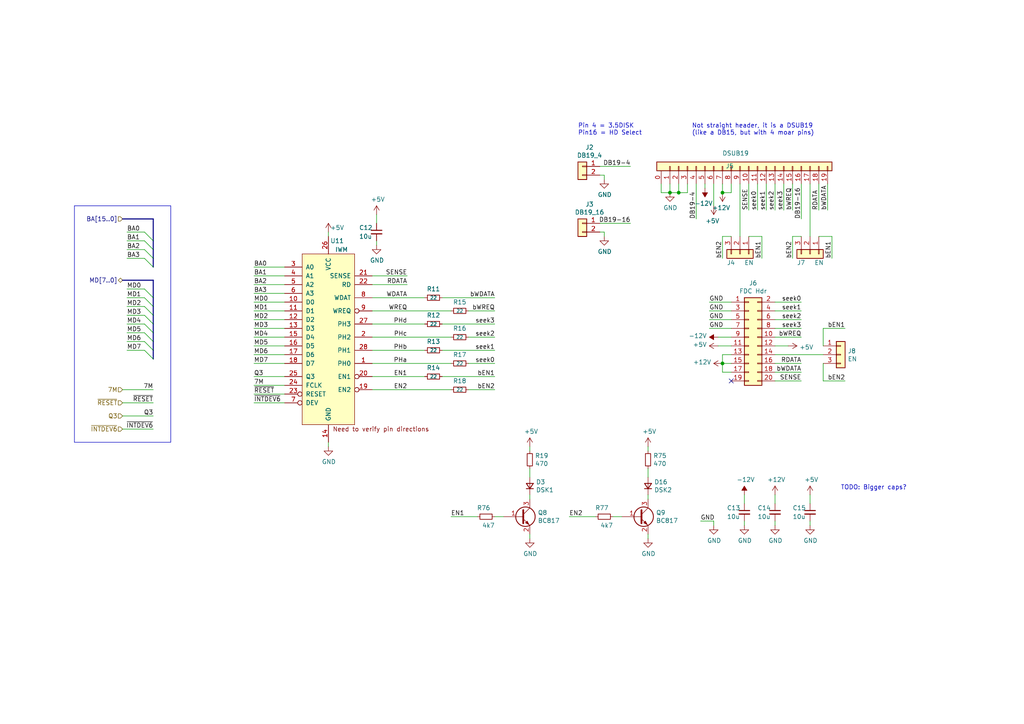
<source format=kicad_sch>
(kicad_sch (version 20230121) (generator eeschema)
  (paper "A4")
  (title_block (date "2022-06-27") (rev "3b") (company "twitch.tv/baldengineer"))
  (lib_symbols
    (symbol "C_0805_1" (pin_numbers hide) (pin_names (offset 0.254) hide)
      (property "Reference" "C" (at 0.254 1.778 0))
      (property "Value" "C_0805_1" (at 0.254 -2.032 0))
      (symbol "C_0805_1_0_1"
        (polyline (pts (xy -1.524 -0.508) (xy 1.524 -0.508)) (stroke (width 0.3302)))
        (polyline (pts (xy -1.524 0.508) (xy 1.524 0.508)) (stroke (width 0.3048)))
      )
      (symbol "C_0805_1_1_1"
        (pin passive line (at 0 2.54 270) (length 2.032) (name "~") (number "1"))
        (pin passive line (at 0 -2.54 90) (length 2.032) (name "~") (number "2"))
      )
    )
    (symbol "C_0805_2" (pin_numbers hide) (pin_names (offset 0.254) hide)
      (property "Reference" "C" (at 0.254 1.778 0))
      (property "Value" "C_0805_2" (at 0.254 -2.032 0))
      (symbol "C_0805_2_0_1"
        (polyline (pts (xy -1.524 -0.508) (xy 1.524 -0.508)) (stroke (width 0.3302)))
        (polyline (pts (xy -1.524 0.508) (xy 1.524 0.508)) (stroke (width 0.3048)))
      )
      (symbol "C_0805_2_1_1"
        (pin passive line (at 0 2.54 270) (length 2.032) (name "~") (number "1"))
        (pin passive line (at 0 -2.54 90) (length 2.032) (name "~") (number "2"))
      )
    )
    (symbol "C_0805_3" (pin_numbers hide) (pin_names (offset 0.254) hide)
      (property "Reference" "C" (at 0.254 1.778 0))
      (property "Value" "C_0805_3" (at 0.254 -2.032 0))
      (symbol "C_0805_3_0_1"
        (polyline (pts (xy -1.524 -0.508) (xy 1.524 -0.508)) (stroke (width 0.3302)))
        (polyline (pts (xy -1.524 0.508) (xy 1.524 0.508)) (stroke (width 0.3048)))
      )
      (symbol "C_0805_3_1_1"
        (pin passive line (at 0 2.54 270) (length 2.032) (name "~") (number "1"))
        (pin passive line (at 0 -2.54 90) (length 2.032) (name "~") (number "2"))
      )
    )
    (symbol "Mega IIe Rev3 Symbols:C_0805" (pin_numbers hide) (pin_names (offset 0.254) hide)
      (property "Reference" "C" (at 0.254 1.778 0))
      (property "Value" "C_0805" (at 0.254 -2.032 0))
      (symbol "C_0805_0_1"
        (polyline (pts (xy -1.524 -0.508) (xy 1.524 -0.508)) (stroke (width 0.3302)))
        (polyline (pts (xy -1.524 0.508) (xy 1.524 0.508)) (stroke (width 0.3048)))
      )
      (symbol "C_0805_1_1"
        (pin passive line (at 0 2.54 270) (length 2.032) (name "~") (number "1"))
        (pin passive line (at 0 -2.54 90) (length 2.032) (name "~") (number "2"))
      )
    )
    (symbol "Mega IIe Rev3 Symbols:Conn_01x02" (pin_names (offset 1.016) hide)
      (property "Reference" "J" (at 0 2.54 0))
      (property "Value" "Conn_01x02" (at 0 -5.08 0))
      (symbol "Conn_01x02_1_1"
        (rectangle (start -1.27 -2.413) (end 0 -2.667) (stroke (width 0.1524)))
        (rectangle (start -1.27 0.127) (end 0 -0.127) (stroke (width 0.1524)))
        (rectangle (start -1.27 1.27) (end 1.27 -3.81) (stroke (width 0.254)) (fill (type background)))
        (pin passive line (at -5.08 0 0) (length 3.81) (name "Pin_1") (number "1"))
        (pin passive line (at -5.08 -2.54 0) (length 3.81) (name "Pin_2") (number "2"))
      )
    )
    (symbol "Mega IIe Rev3 Symbols:Conn_01x03" (pin_names (offset 1.016) hide)
      (property "Reference" "J" (at 0 5.08 0))
      (property "Value" "Conn_01x03" (at 0 -5.08 0))
      (symbol "Conn_01x03_1_1"
        (rectangle (start -1.27 -2.413) (end 0 -2.667) (stroke (width 0.1524)))
        (rectangle (start -1.27 0.127) (end 0 -0.127) (stroke (width 0.1524)))
        (rectangle (start -1.27 2.667) (end 0 2.413) (stroke (width 0.1524)))
        (rectangle (start -1.27 3.81) (end 1.27 -3.81) (stroke (width 0.254)) (fill (type background)))
        (pin passive line (at -5.08 2.54 0) (length 3.81) (name "Pin_1") (number "1"))
        (pin passive line (at -5.08 0 0) (length 3.81) (name "Pin_2") (number "2"))
        (pin passive line (at -5.08 -2.54 0) (length 3.81) (name "Pin_3") (number "3"))
      )
    )
    (symbol "Mega IIe Rev3 Symbols:Conn_01x19" (pin_names (offset 1.016) hide)
      (property "Reference" "J5" (at 0.1016 5.5118 90))
      (property "Value" "DSUB19" (at 0.1016 3.2004 90))
      (symbol "Conn_01x19_1_1"
        (rectangle (start -1.27 -22.733) (end 0 -22.987) (stroke (width 0.1524)))
        (rectangle (start -1.27 -20.193) (end 0 -20.447) (stroke (width 0.1524)))
        (rectangle (start -1.27 -17.653) (end 0 -17.907) (stroke (width 0.1524)))
        (rectangle (start -1.27 -15.113) (end 0 -15.367) (stroke (width 0.1524)))
        (rectangle (start -1.27 -12.573) (end 0 -12.827) (stroke (width 0.1524)))
        (rectangle (start -1.27 -10.033) (end 0 -10.287) (stroke (width 0.1524)))
        (rectangle (start -1.27 -7.493) (end 0 -7.747) (stroke (width 0.1524)))
        (rectangle (start -1.27 -4.953) (end 0 -5.207) (stroke (width 0.1524)))
        (rectangle (start -1.27 -2.413) (end 0 -2.667) (stroke (width 0.1524)))
        (rectangle (start -1.27 0.127) (end 0 -0.127) (stroke (width 0.1524)))
        (rectangle (start -1.27 2.667) (end 0 2.413) (stroke (width 0.1524)))
        (rectangle (start -1.27 5.207) (end 0 4.953) (stroke (width 0.1524)))
        (rectangle (start -1.27 7.747) (end 0 7.493) (stroke (width 0.1524)))
        (rectangle (start -1.27 10.287) (end 0 10.033) (stroke (width 0.1524)))
        (rectangle (start -1.27 12.827) (end 0 12.573) (stroke (width 0.1524)))
        (rectangle (start -1.27 15.367) (end 0 15.113) (stroke (width 0.1524)))
        (rectangle (start -1.27 17.907) (end 0 17.653) (stroke (width 0.1524)))
        (rectangle (start -1.27 20.447) (end 0 20.193) (stroke (width 0.1524)))
        (rectangle (start -1.27 22.987) (end 0 22.733) (stroke (width 0.1524)))
        (rectangle (start -1.27 26.67) (end 1.27 -24.13) (stroke (width 0.254)) (fill (type background)))
        (pin passive line (at -5.08 25.4 0) (length 3.81) (name "") (number "0"))
        (pin passive line (at -5.08 22.86 0) (length 3.81) (name "Pin_1") (number "1"))
        (pin passive line (at -5.08 0 0) (length 3.81) (name "Pin_10") (number "10"))
        (pin passive line (at -5.08 -2.54 0) (length 3.81) (name "Pin_11") (number "11"))
        (pin passive line (at -5.08 -5.08 0) (length 3.81) (name "Pin_12") (number "12"))
        (pin passive line (at -5.08 -7.62 0) (length 3.81) (name "Pin_13") (number "13"))
        (pin passive line (at -5.08 -10.16 0) (length 3.81) (name "Pin_14") (number "14"))
        (pin passive line (at -5.08 -12.7 0) (length 3.81) (name "Pin_15") (number "15"))
        (pin passive line (at -5.08 -15.24 0) (length 3.81) (name "Pin_16") (number "16"))
        (pin passive line (at -5.08 -17.78 0) (length 3.81) (name "Pin_17") (number "17"))
        (pin passive line (at -5.08 -20.32 0) (length 3.81) (name "Pin_18") (number "18"))
        (pin passive line (at -5.08 -22.86 0) (length 3.81) (name "Pin_19") (number "19"))
        (pin passive line (at -5.08 20.32 0) (length 3.81) (name "Pin_2") (number "2"))
        (pin passive line (at -5.08 17.78 0) (length 3.81) (name "Pin_3") (number "3"))
        (pin passive line (at -5.08 15.24 0) (length 3.81) (name "Pin_4") (number "4"))
        (pin passive line (at -5.08 12.7 0) (length 3.81) (name "Pin_5") (number "5"))
        (pin passive line (at -5.08 10.16 0) (length 3.81) (name "Pin_6") (number "6"))
        (pin passive line (at -5.08 7.62 0) (length 3.81) (name "Pin_7") (number "7"))
        (pin passive line (at -5.08 5.08 0) (length 3.81) (name "Pin_8") (number "8"))
        (pin passive line (at -5.08 2.54 0) (length 3.81) (name "Pin_9") (number "9"))
      )
    )
    (symbol "Mega IIe Rev3 Symbols:Conn_02x10_Odd_Even" (pin_names (offset 1.016) hide)
      (property "Reference" "J" (at 1.27 12.7 0))
      (property "Value" "Conn_02x10_Odd_Even" (at 1.27 -15.24 0))
      (symbol "Conn_02x10_Odd_Even_1_1"
        (rectangle (start -1.27 -12.573) (end 0 -12.827) (stroke (width 0.1524)))
        (rectangle (start -1.27 -10.033) (end 0 -10.287) (stroke (width 0.1524)))
        (rectangle (start -1.27 -7.493) (end 0 -7.747) (stroke (width 0.1524)))
        (rectangle (start -1.27 -4.953) (end 0 -5.207) (stroke (width 0.1524)))
        (rectangle (start -1.27 -2.413) (end 0 -2.667) (stroke (width 0.1524)))
        (rectangle (start -1.27 0.127) (end 0 -0.127) (stroke (width 0.1524)))
        (rectangle (start -1.27 2.667) (end 0 2.413) (stroke (width 0.1524)))
        (rectangle (start -1.27 5.207) (end 0 4.953) (stroke (width 0.1524)))
        (rectangle (start -1.27 7.747) (end 0 7.493) (stroke (width 0.1524)))
        (rectangle (start -1.27 10.287) (end 0 10.033) (stroke (width 0.1524)))
        (rectangle (start -1.27 11.43) (end 3.81 -13.97) (stroke (width 0.254)) (fill (type background)))
        (rectangle (start 3.81 -12.573) (end 2.54 -12.827) (stroke (width 0.1524)))
        (rectangle (start 3.81 -10.033) (end 2.54 -10.287) (stroke (width 0.1524)))
        (rectangle (start 3.81 -7.493) (end 2.54 -7.747) (stroke (width 0.1524)))
        (rectangle (start 3.81 -4.953) (end 2.54 -5.207) (stroke (width 0.1524)))
        (rectangle (start 3.81 -2.413) (end 2.54 -2.667) (stroke (width 0.1524)))
        (rectangle (start 3.81 0.127) (end 2.54 -0.127) (stroke (width 0.1524)))
        (rectangle (start 3.81 2.667) (end 2.54 2.413) (stroke (width 0.1524)))
        (rectangle (start 3.81 5.207) (end 2.54 4.953) (stroke (width 0.1524)))
        (rectangle (start 3.81 7.747) (end 2.54 7.493) (stroke (width 0.1524)))
        (rectangle (start 3.81 10.287) (end 2.54 10.033) (stroke (width 0.1524)))
        (pin passive line (at -5.08 10.16 0) (length 3.81) (name "Pin_1") (number "1"))
        (pin passive line (at 7.62 0 180) (length 3.81) (name "Pin_10") (number "10"))
        (pin passive line (at -5.08 -2.54 0) (length 3.81) (name "Pin_11") (number "11"))
        (pin passive line (at 7.62 -2.54 180) (length 3.81) (name "Pin_12") (number "12"))
        (pin passive line (at -5.08 -5.08 0) (length 3.81) (name "Pin_13") (number "13"))
        (pin passive line (at 7.62 -5.08 180) (length 3.81) (name "Pin_14") (number "14"))
        (pin passive line (at -5.08 -7.62 0) (length 3.81) (name "Pin_15") (number "15"))
        (pin passive line (at 7.62 -7.62 180) (length 3.81) (name "Pin_16") (number "16"))
        (pin passive line (at -5.08 -10.16 0) (length 3.81) (name "Pin_17") (number "17"))
        (pin passive line (at 7.62 -10.16 180) (length 3.81) (name "Pin_18") (number "18"))
        (pin passive line (at -5.08 -12.7 0) (length 3.81) (name "Pin_19") (number "19"))
        (pin passive line (at 7.62 10.16 180) (length 3.81) (name "Pin_2") (number "2"))
        (pin passive line (at 7.62 -12.7 180) (length 3.81) (name "Pin_20") (number "20"))
        (pin passive line (at -5.08 7.62 0) (length 3.81) (name "Pin_3") (number "3"))
        (pin passive line (at 7.62 7.62 180) (length 3.81) (name "Pin_4") (number "4"))
        (pin passive line (at -5.08 5.08 0) (length 3.81) (name "Pin_5") (number "5"))
        (pin passive line (at 7.62 5.08 180) (length 3.81) (name "Pin_6") (number "6"))
        (pin passive line (at -5.08 2.54 0) (length 3.81) (name "Pin_7") (number "7"))
        (pin passive line (at 7.62 2.54 180) (length 3.81) (name "Pin_8") (number "8"))
        (pin passive line (at -5.08 0 0) (length 3.81) (name "Pin_9") (number "9"))
      )
    )
    (symbol "Mega IIe Rev3 Symbols:D_1206" (pin_numbers hide) (pin_names (offset 0.254) hide)
      (property "Reference" "D" (at -1.27 2.032 0))
      (property "Value" "D_1206" (at -3.81 -2.032 0))
      (symbol "D_1206_0_1"
        (polyline (pts (xy -0.762 -1.016) (xy -0.762 1.016)) (stroke (width 0.254)))
        (polyline (pts (xy -0.762 0) (xy 0.762 0)))
        (polyline (pts (xy 0.762 -1.016) (xy -0.762 0) (xy 0.762 1.016) (xy 0.762 -1.016)) (stroke (width 0.254)))
      )
      (symbol "D_1206_1_1"
        (pin passive line (at -2.54 0 0) (length 1.778) (name "K") (number "1"))
        (pin passive line (at 2.54 0 180) (length 1.778) (name "A") (number "2"))
      )
    )
    (symbol "Mega IIe Rev3 Symbols:IWM" (pin_names (offset 1.016))
      (property "Reference" "U11" (at 2.54 29.21 0))
      (property "Value" "IWM" (at 3.81 26.67 0))
      (symbol "IWM_0_0"
        (text "Need to verify pin directions" (at 15.24 -25.4 0) (effects (font (size 1.27 1.27))))
      )
      (symbol "IWM_0_1"
        (rectangle (start -7.62 25.4) (end 7.62 -24.13) (fill (type background)))
      )
      (symbol "IWM_1_1"
        (pin output line (at 12.7 -6.35 180) (length 5.08) (name "PH0") (number "1"))
        (pin bidirectional line (at -12.7 11.43 0) (length 5.08) (name "D0") (number "10"))
        (pin bidirectional line (at -12.7 8.89 0) (length 5.08) (name "D1") (number "11"))
        (pin bidirectional line (at -12.7 6.35 0) (length 5.08) (name "D2") (number "12"))
        (pin bidirectional line (at -12.7 3.81 0) (length 5.08) (name "D3") (number "13"))
        (pin power_in line (at 0 -29.21 90) (length 5.08) (name "GND") (number "14"))
        (pin bidirectional line (at -12.7 1.27 0) (length 5.08) (name "D4") (number "15"))
        (pin bidirectional line (at -12.7 -1.27 0) (length 5.08) (name "D5") (number "16"))
        (pin bidirectional line (at -12.7 -3.81 0) (length 5.08) (name "D6") (number "17"))
        (pin bidirectional line (at -12.7 -6.35 0) (length 5.08) (name "D7") (number "18"))
        (pin output inverted (at 12.7 -13.97 180) (length 5.08) (name "EN2") (number "19"))
        (pin output line (at 12.7 1.27 180) (length 5.08) (name "PH2") (number "2"))
        (pin output inverted (at 12.7 -10.16 180) (length 5.08) (name "EN1") (number "20"))
        (pin input line (at 12.7 19.05 180) (length 5.08) (name "SENSE") (number "21"))
        (pin input line (at 12.7 16.51 180) (length 5.08) (name "RD") (number "22"))
        (pin input inverted (at -12.7 -15.24 0) (length 5.08) (name "RESET") (number "23"))
        (pin input line (at -12.7 -12.7 0) (length 5.08) (name "FCLK") (number "24"))
        (pin input line (at -12.7 -10.16 0) (length 5.08) (name "Q3") (number "25"))
        (pin power_in line (at 0 30.48 270) (length 5.08) (name "VCC") (number "26"))
        (pin output line (at 12.7 5.08 180) (length 5.08) (name "PH3") (number "27"))
        (pin output line (at 12.7 -2.54 180) (length 5.08) (name "PH1") (number "28"))
        (pin input line (at -12.7 21.59 0) (length 5.08) (name "A0") (number "3"))
        (pin input line (at -12.7 19.05 0) (length 5.08) (name "A1") (number "4"))
        (pin input line (at -12.7 16.51 0) (length 5.08) (name "A2") (number "5"))
        (pin input line (at -12.7 13.97 0) (length 5.08) (name "A3") (number "6"))
        (pin input inverted (at -12.7 -17.78 0) (length 5.08) (name "DEV") (number "7"))
        (pin input line (at 12.7 12.7 180) (length 5.08) (name "WDAT") (number "8"))
        (pin output inverted (at 12.7 8.89 180) (length 5.08) (name "WREQ") (number "9"))
      )
    )
    (symbol "Mega IIe Rev3 Symbols:Q_NPN_BEC" (pin_names (offset 0) hide)
      (property "Reference" "Q" (at 5.08 1.27 0))
      (property "Value" "Q_NPN_BEC" (at 5.08 -1.27 0))
      (symbol "Q_NPN_BEC_0_1"
        (polyline (pts (xy 0.635 0.635) (xy 2.54 2.54)))
        (polyline (pts (xy 0.635 -0.635) (xy 2.54 -2.54) (xy 2.54 -2.54)))
        (polyline (pts (xy 0.635 1.905) (xy 0.635 -1.905) (xy 0.635 -1.905)) (stroke (width 0.508)))
        (polyline (pts (xy 1.27 -1.778) (xy 1.778 -1.27) (xy 2.286 -2.286) (xy 1.27 -1.778) (xy 1.27 -1.778)) (fill (type outline)))
        (circle (center 1.27 0) (radius 2.8194) (stroke (width 0.254)))
      )
      (symbol "Q_NPN_BEC_1_1"
        (pin input line (at -5.08 0 0) (length 5.715) (name "B") (number "1"))
        (pin passive line (at 2.54 -5.08 90) (length 2.54) (name "E") (number "2"))
        (pin passive line (at 2.54 5.08 270) (length 2.54) (name "C") (number "3"))
      )
    )
    (symbol "Mega IIe Rev3 Symbols:R_0805" (pin_numbers hide) (pin_names (offset 0.254) hide)
      (property "Reference" "R" (at 0.762 0.508 0))
      (property "Value" "R_0805" (at 0.762 -1.016 0))
      (symbol "R_0805_0_1"
        (rectangle (start -0.762 1.778) (end 0.762 -1.778) (stroke (width 0.2032)))
      )
      (symbol "R_0805_1_1"
        (pin passive line (at 0 2.54 270) (length 0.762) (name "~") (number "1"))
        (pin passive line (at 0 -2.54 90) (length 0.762) (name "~") (number "2"))
      )
    )
    (symbol "R_0805_1" (pin_numbers hide) (pin_names (offset 0.254) hide)
      (property "Reference" "R" (at 0.762 0.508 0))
      (property "Value" "R_0805_1" (at 0.762 -1.016 0))
      (symbol "R_0805_1_0_1"
        (rectangle (start -0.762 1.778) (end 0.762 -1.778) (stroke (width 0.2032)))
      )
      (symbol "R_0805_1_1_1"
        (pin passive line (at 0 2.54 270) (length 0.762) (name "~") (number "1"))
        (pin passive line (at 0 -2.54 90) (length 0.762) (name "~") (number "2"))
      )
    )
    (symbol "R_0805_2" (pin_numbers hide) (pin_names (offset 0.254) hide)
      (property "Reference" "R" (at 0.762 0.508 0))
      (property "Value" "R_0805_2" (at 0.762 -1.016 0))
      (symbol "R_0805_2_0_1"
        (rectangle (start -0.762 1.778) (end 0.762 -1.778) (stroke (width 0.2032)))
      )
      (symbol "R_0805_2_1_1"
        (pin passive line (at 0 2.54 270) (length 0.762) (name "~") (number "1"))
        (pin passive line (at 0 -2.54 90) (length 0.762) (name "~") (number "2"))
      )
    )
    (symbol "R_0805_3" (pin_numbers hide) (pin_names (offset 0.254) hide)
      (property "Reference" "R" (at 0.762 0.508 0))
      (property "Value" "R_0805_3" (at 0.762 -1.016 0))
      (symbol "R_0805_3_0_1"
        (rectangle (start -0.762 1.778) (end 0.762 -1.778) (stroke (width 0.2032)))
      )
      (symbol "R_0805_3_1_1"
        (pin passive line (at 0 2.54 270) (length 0.762) (name "~") (number "1"))
        (pin passive line (at 0 -2.54 90) (length 0.762) (name "~") (number "2"))
      )
    )
    (symbol "R_0805_4" (pin_numbers hide) (pin_names (offset 0.254) hide)
      (property "Reference" "R" (at 0.762 0.508 0))
      (property "Value" "R_0805_4" (at 0.762 -1.016 0))
      (symbol "R_0805_4_0_1"
        (rectangle (start -0.762 1.778) (end 0.762 -1.778) (stroke (width 0.2032)))
      )
      (symbol "R_0805_4_1_1"
        (pin passive line (at 0 2.54 270) (length 0.762) (name "~") (number "1"))
        (pin passive line (at 0 -2.54 90) (length 0.762) (name "~") (number "2"))
      )
    )
    (symbol "R_0805_5" (pin_numbers hide) (pin_names (offset 0.254) hide)
      (property "Reference" "R" (at 0.762 0.508 0))
      (property "Value" "R_0805_5" (at 0.762 -1.016 0))
      (symbol "R_0805_5_0_1"
        (rectangle (start -0.762 1.778) (end 0.762 -1.778) (stroke (width 0.2032)))
      )
      (symbol "R_0805_5_1_1"
        (pin passive line (at 0 2.54 270) (length 0.762) (name "~") (number "1"))
        (pin passive line (at 0 -2.54 90) (length 0.762) (name "~") (number "2"))
      )
    )
    (symbol "R_0805_6" (pin_numbers hide) (pin_names (offset 0.254) hide)
      (property "Reference" "R" (at 0.762 0.508 0))
      (property "Value" "R_0805_6" (at 0.762 -1.016 0))
      (symbol "R_0805_6_0_1"
        (rectangle (start -0.762 1.778) (end 0.762 -1.778) (stroke (width 0.2032)))
      )
      (symbol "R_0805_6_1_1"
        (pin passive line (at 0 2.54 270) (length 0.762) (name "~") (number "1"))
        (pin passive line (at 0 -2.54 90) (length 0.762) (name "~") (number "2"))
      )
    )
    (symbol "R_0805_7" (pin_numbers hide) (pin_names (offset 0.254) hide)
      (property "Reference" "R" (at 0.762 0.508 0))
      (property "Value" "R_0805_7" (at 0.762 -1.016 0))
      (symbol "R_0805_7_0_1"
        (rectangle (start -0.762 1.778) (end 0.762 -1.778) (stroke (width 0.2032)))
      )
      (symbol "R_0805_7_1_1"
        (pin passive line (at 0 2.54 270) (length 0.762) (name "~") (number "1"))
        (pin passive line (at 0 -2.54 90) (length 0.762) (name "~") (number "2"))
      )
    )
    (symbol "R_0805_8" (pin_numbers hide) (pin_names (offset 0.254) hide)
      (property "Reference" "R" (at 0.762 0.508 0))
      (property "Value" "R_0805_8" (at 0.762 -1.016 0))
      (symbol "R_0805_8_0_1"
        (rectangle (start -0.762 1.778) (end 0.762 -1.778) (stroke (width 0.2032)))
      )
      (symbol "R_0805_8_1_1"
        (pin passive line (at 0 2.54 270) (length 0.762) (name "~") (number "1"))
        (pin passive line (at 0 -2.54 90) (length 0.762) (name "~") (number "2"))
      )
    )
    (symbol "power:+12V" (power) (pin_names (offset 0))
      (property "Value" "+12V" (at 0 3.556 0))
      (symbol "+12V_0_1"
        (polyline (pts (xy -0.762 1.27) (xy 0 2.54)))
        (polyline (pts (xy 0 0) (xy 0 2.54)))
        (polyline (pts (xy 0 2.54) (xy 0.762 1.27)))
      )
      (symbol "+12V_1_1"
        (pin power_in line (at 0 0 90) (length 0) hide (name "+12V") (number "1"))
      )
    )
    (symbol "power:+5V" (power) (pin_names (offset 0))
      (property "Value" "+5V" (at 0 3.556 0))
      (symbol "+5V_0_1"
        (polyline (pts (xy -0.762 1.27) (xy 0 2.54)))
        (polyline (pts (xy 0 0) (xy 0 2.54)))
        (polyline (pts (xy 0 2.54) (xy 0.762 1.27)))
      )
      (symbol "+5V_1_1"
        (pin power_in line (at 0 0 90) (length 0) hide (name "+5V") (number "1"))
      )
    )
    (symbol "power:-12V" (power) (pin_names (offset 0))
      (property "Value" "-12V" (at 0 3.81 0))
      (symbol "-12V_0_0"
        (pin power_in line (at 0 0 90) (length 0) hide (name "-12V") (number "1"))
      )
      (symbol "-12V_0_1"
        (polyline (pts (xy 0 0) (xy 0 1.27) (xy 0.762 1.27) (xy 0 2.54) (xy -0.762 1.27) (xy 0 1.27)) (fill (type outline)))
      )
    )
    (symbol "power:GND" (power) (pin_names (offset 0))
      (property "Value" "GND" (at 0 -3.81 0))
      (symbol "GND_0_1"
        (polyline (pts (xy 0 0) (xy 0 -1.27) (xy 1.27 -1.27) (xy 0 -2.54) (xy -1.27 -1.27) (xy 0 -1.27)))
      )
      (symbol "GND_1_1"
        (pin power_in line (at 0 0 270) (length 0) hide (name "GND") (number "1"))
      )
    )
  )
  (junction (at 209.55 105.41))
  (junction (at 196.85 55.88))
  (junction (at 194.31 55.88))
  (junction (at 209.55 55.88))
  (no_connect (at 212.09 110.49))
  (bus_entry (at 41.91 91.44) (size 2.54 2.54))
  (bus_entry (at 41.91 83.82) (size 2.54 2.54))
  (bus_entry (at 41.91 72.39) (size 2.54 2.54))
  (bus_entry (at 41.91 69.85) (size 2.54 2.54))
  (bus_entry (at 41.91 74.93) (size 2.54 2.54))
  (bus_entry (at 41.91 88.9) (size 2.54 2.54))
  (bus_entry (at 41.91 93.98) (size 2.54 2.54))
  (bus_entry (at 41.91 86.36) (size 2.54 2.54))
  (bus_entry (at 41.91 96.52) (size 2.54 2.54))
  (bus_entry (at 41.91 101.6) (size 2.54 2.54))
  (bus_entry (at 41.91 67.31) (size 2.54 2.54))
  (bus_entry (at 41.91 99.06) (size 2.54 2.54))
  (wire (pts (xy 229.87 68.58) (xy 229.87 74.93)))
  (wire (pts (xy 191.77 55.88) (xy 194.31 55.88)))
  (wire (pts (xy 212.09 90.17) (xy 205.74 90.17)))
  (wire (pts (xy 36.83 93.98) (xy 41.91 93.98)))
  (wire (pts (xy 36.83 69.85) (xy 41.91 69.85)))
  (wire (pts (xy 82.55 111.76) (xy 73.66 111.76)))
  (wire (pts (xy 214.63 53.34) (xy 214.63 68.58)))
  (wire (pts (xy 212.09 107.95) (xy 209.55 107.95)))
  (wire (pts (xy 82.55 77.47) (xy 73.66 77.47)))
  (bus (pts (xy 44.45 96.52) (xy 44.45 93.98)))
  (wire (pts (xy 224.79 87.63) (xy 232.41 87.63)))
  (wire (pts (xy 241.3 68.58) (xy 241.3 74.93)))
  (wire (pts (xy 201.93 53.34) (xy 201.93 63.5)))
  (bus (pts (xy 44.45 86.36) (xy 44.45 81.28)))
  (wire (pts (xy 220.98 68.58) (xy 220.98 74.93)))
  (bus (pts (xy 44.45 77.47) (xy 44.45 74.93)))
  (wire (pts (xy 107.95 105.41) (xy 130.81 105.41)))
  (wire (pts (xy 175.26 50.8) (xy 175.26 52.07)))
  (wire (pts (xy 107.95 97.79) (xy 130.81 97.79)))
  (wire (pts (xy 238.76 110.49) (xy 245.11 110.49)))
  (wire (pts (xy 36.83 91.44) (xy 41.91 91.44)))
  (wire (pts (xy 177.8 149.86) (xy 180.34 149.86)))
  (wire (pts (xy 199.39 55.88) (xy 196.85 55.88)))
  (wire (pts (xy 207.01 53.34) (xy 207.01 59.69)))
  (wire (pts (xy 222.25 53.34) (xy 222.25 60.96)))
  (bus (pts (xy 44.45 88.9) (xy 44.45 86.36)))
  (wire (pts (xy 187.96 129.54) (xy 187.96 130.81)))
  (wire (pts (xy 238.76 95.25) (xy 245.11 95.25)))
  (wire (pts (xy 128.27 101.6) (xy 143.51 101.6)))
  (bus (pts (xy 44.45 74.93) (xy 44.45 72.39)))
  (wire (pts (xy 209.55 102.87) (xy 209.55 105.41)))
  (wire (pts (xy 212.09 68.58) (xy 209.55 68.58)))
  (wire (pts (xy 209.55 68.58) (xy 209.55 74.93)))
  (wire (pts (xy 107.95 101.6) (xy 123.19 101.6)))
  (wire (pts (xy 82.55 105.41) (xy 73.66 105.41)))
  (wire (pts (xy 143.51 149.86) (xy 146.05 149.86)))
  (bus (pts (xy 35.56 63.5) (xy 44.45 63.5)))
  (wire (pts (xy 227.33 53.34) (xy 227.33 60.96)))
  (wire (pts (xy 224.79 53.34) (xy 224.79 60.96)))
  (wire (pts (xy 95.25 67.31) (xy 95.25 68.58)))
  (wire (pts (xy 204.47 53.34) (xy 204.47 54.61)))
  (polyline (pts (xy 49.53 128.27) (xy 21.59 128.27)))
  (wire (pts (xy 118.11 82.55) (xy 107.95 82.55)))
  (wire (pts (xy 82.55 87.63) (xy 73.66 87.63)))
  (wire (pts (xy 82.55 82.55) (xy 73.66 82.55)))
  (wire (pts (xy 212.09 95.25) (xy 205.74 95.25)))
  (wire (pts (xy 237.49 68.58) (xy 241.3 68.58)))
  (wire (pts (xy 237.49 60.96) (xy 237.49 53.34)))
  (wire (pts (xy 224.79 102.87) (xy 238.76 102.87)))
  (wire (pts (xy 82.55 116.84) (xy 73.66 116.84)))
  (wire (pts (xy 238.76 100.33) (xy 238.76 95.25)))
  (wire (pts (xy 234.95 151.13) (xy 234.95 152.4)))
  (wire (pts (xy 128.27 86.36) (xy 143.51 86.36)))
  (wire (pts (xy 212.09 97.79) (xy 208.28 97.79)))
  (wire (pts (xy 224.79 92.71) (xy 232.41 92.71)))
  (bus (pts (xy 44.45 104.14) (xy 44.45 101.6)))
  (wire (pts (xy 36.83 72.39) (xy 41.91 72.39)))
  (wire (pts (xy 234.95 143.51) (xy 234.95 146.05)))
  (wire (pts (xy 224.79 100.33) (xy 228.6 100.33)))
  (wire (pts (xy 128.27 109.22) (xy 143.51 109.22)))
  (wire (pts (xy 229.87 53.34) (xy 229.87 60.96)))
  (wire (pts (xy 187.96 143.51) (xy 187.96 144.78)))
  (wire (pts (xy 215.9 143.51) (xy 215.9 146.05)))
  (wire (pts (xy 82.55 114.3) (xy 73.66 114.3)))
  (wire (pts (xy 234.95 53.34) (xy 234.95 68.58)))
  (bus (pts (xy 44.45 69.85) (xy 44.45 63.5)))
  (wire (pts (xy 212.09 102.87) (xy 209.55 102.87)))
  (wire (pts (xy 175.26 67.31) (xy 175.26 68.58)))
  (wire (pts (xy 212.09 87.63) (xy 205.74 87.63)))
  (wire (pts (xy 36.83 74.93) (xy 41.91 74.93)))
  (wire (pts (xy 130.81 149.86) (xy 138.43 149.86)))
  (wire (pts (xy 196.85 55.88) (xy 194.31 55.88)))
  (wire (pts (xy 238.76 105.41) (xy 238.76 110.49)))
  (wire (pts (xy 107.95 109.22) (xy 123.19 109.22)))
  (wire (pts (xy 224.79 143.51) (xy 224.79 146.05)))
  (wire (pts (xy 191.77 53.34) (xy 191.77 55.88)))
  (wire (pts (xy 82.55 102.87) (xy 73.66 102.87)))
  (wire (pts (xy 209.55 107.95) (xy 209.55 105.41)))
  (wire (pts (xy 95.25 128.27) (xy 95.25 129.54)))
  (bus (pts (xy 44.45 99.06) (xy 44.45 96.52)))
  (wire (pts (xy 194.31 55.88) (xy 194.31 53.34)))
  (wire (pts (xy 107.95 86.36) (xy 123.19 86.36)))
  (wire (pts (xy 44.45 124.46) (xy 35.56 124.46)))
  (wire (pts (xy 82.55 92.71) (xy 73.66 92.71)))
  (wire (pts (xy 107.95 90.17) (xy 130.81 90.17)))
  (wire (pts (xy 209.55 55.88) (xy 209.55 53.34)))
  (wire (pts (xy 135.89 90.17) (xy 143.51 90.17)))
  (wire (pts (xy 44.45 113.03) (xy 35.56 113.03)))
  (bus (pts (xy 44.45 72.39) (xy 44.45 69.85)))
  (wire (pts (xy 224.79 90.17) (xy 232.41 90.17)))
  (wire (pts (xy 173.99 64.77) (xy 182.88 64.77)))
  (wire (pts (xy 118.11 80.01) (xy 107.95 80.01)))
  (polyline (pts (xy 21.59 59.69) (xy 49.53 59.69)))
  (wire (pts (xy 207.01 152.4) (xy 207.01 151.13)))
  (wire (pts (xy 82.55 90.17) (xy 73.66 90.17)))
  (wire (pts (xy 212.09 105.41) (xy 209.55 105.41)))
  (wire (pts (xy 41.91 99.06) (xy 36.83 99.06)))
  (bus (pts (xy 44.45 91.44) (xy 44.45 88.9)))
  (wire (pts (xy 224.79 107.95) (xy 232.41 107.95)))
  (polyline (pts (xy 21.59 128.27) (xy 21.59 59.69)))
  (bus (pts (xy 35.56 81.28) (xy 44.45 81.28)))
  (wire (pts (xy 153.67 143.51) (xy 153.67 144.78)))
  (wire (pts (xy 224.79 95.25) (xy 232.41 95.25)))
  (bus (pts (xy 44.45 93.98) (xy 44.45 91.44)))
  (wire (pts (xy 196.85 53.34) (xy 196.85 55.88)))
  (wire (pts (xy 153.67 135.89) (xy 153.67 138.43)))
  (wire (pts (xy 36.83 88.9) (xy 41.91 88.9)))
  (wire (pts (xy 219.71 53.34) (xy 219.71 60.96)))
  (wire (pts (xy 232.41 53.34) (xy 232.41 63.5)))
  (wire (pts (xy 153.67 154.94) (xy 153.67 156.21)))
  (wire (pts (xy 199.39 53.34) (xy 199.39 55.88)))
  (wire (pts (xy 153.67 129.54) (xy 153.67 130.81)))
  (wire (pts (xy 165.1 149.86) (xy 172.72 149.86)))
  (wire (pts (xy 82.55 100.33) (xy 73.66 100.33)))
  (wire (pts (xy 107.95 93.98) (xy 123.19 93.98)))
  (wire (pts (xy 240.03 53.34) (xy 240.03 60.96)))
  (wire (pts (xy 187.96 154.94) (xy 187.96 156.21)))
  (wire (pts (xy 109.22 62.23) (xy 109.22 64.77)))
  (wire (pts (xy 82.55 95.25) (xy 73.66 95.25)))
  (wire (pts (xy 35.56 116.84) (xy 44.45 116.84)))
  (wire (pts (xy 82.55 80.01) (xy 73.66 80.01)))
  (wire (pts (xy 215.9 151.13) (xy 215.9 152.4)))
  (wire (pts (xy 44.45 120.65) (xy 35.56 120.65)))
  (wire (pts (xy 224.79 151.13) (xy 224.79 152.4)))
  (wire (pts (xy 41.91 83.82) (xy 36.83 83.82)))
  (wire (pts (xy 109.22 69.85) (xy 109.22 71.12)))
  (wire (pts (xy 232.41 105.41) (xy 224.79 105.41)))
  (wire (pts (xy 135.89 105.41) (xy 143.51 105.41)))
  (wire (pts (xy 82.55 85.09) (xy 73.66 85.09)))
  (wire (pts (xy 232.41 68.58) (xy 229.87 68.58)))
  (wire (pts (xy 217.17 68.58) (xy 220.98 68.58)))
  (wire (pts (xy 135.89 113.03) (xy 143.51 113.03)))
  (polyline (pts (xy 49.53 59.69) (xy 49.53 128.27)))
  (bus (pts (xy 44.45 101.6) (xy 44.45 99.06)))
  (wire (pts (xy 41.91 101.6) (xy 36.83 101.6)))
  (wire (pts (xy 36.83 96.52) (xy 41.91 96.52)))
  (wire (pts (xy 207.01 151.13) (xy 203.2 151.13)))
  (wire (pts (xy 36.83 67.31) (xy 41.91 67.31)))
  (wire (pts (xy 107.95 113.03) (xy 130.81 113.03)))
  (wire (pts (xy 82.55 97.79) (xy 73.66 97.79)))
  (wire (pts (xy 212.09 100.33) (xy 208.28 100.33)))
  (wire (pts (xy 135.89 97.79) (xy 143.51 97.79)))
  (wire (pts (xy 82.55 109.22) (xy 73.66 109.22)))
  (wire (pts (xy 187.96 135.89) (xy 187.96 138.43)))
  (wire (pts (xy 224.79 110.49) (xy 232.41 110.49)))
  (wire (pts (xy 173.99 67.31) (xy 175.26 67.31)))
  (wire (pts (xy 224.79 97.79) (xy 232.41 97.79)))
  (wire (pts (xy 41.91 86.36) (xy 36.83 86.36)))
  (wire (pts (xy 212.09 53.34) (xy 212.09 55.88)))
  (wire (pts (xy 128.27 93.98) (xy 143.51 93.98)))
  (wire (pts (xy 212.09 92.71) (xy 205.74 92.71)))
  (wire (pts (xy 212.09 55.88) (xy 209.55 55.88)))
  (wire (pts (xy 173.99 50.8) (xy 175.26 50.8)))
  (wire (pts (xy 173.99 48.26) (xy 182.88 48.26)))
  (wire (pts (xy 217.17 60.96) (xy 217.17 53.34)))
  (text "* What is wrong with the DSK activity LED?" (at -45.72 53.34 0) (effects (font (size 1.27 1.27)) (justify left bottom)))
  (text "Not straight header, it is a DSUB19\n(like a DB15, but with 4 moar pins)" (at 200.66 39.37 0) (effects (font (size 1.27 1.27)) (justify left bottom)))
  (text "TODO: Bigger caps?" (at 243.84 142.24 0) (effects (font (size 1.27 1.27)) (justify left bottom)))
  (text "Pin 4 = 3.5DISK\nPin16 = HD Select" (at 167.64 39.37 0) (effects (font (size 1.27 1.27)) (justify left bottom)))
  (label "bWREQ" (at 232.41 97.79 180))
  (label "PHb" (at 118.11 101.6 180))
  (label "MD3" (at 36.83 91.44 0))
  (label "GND" (at 205.74 95.25 0))
  (label "SENSE" (at 217.17 60.96 90))
  (label "PHc" (at 118.11 97.79 180))
  (label "bWREQ" (at 143.51 90.17 180))
  (label "bWDATA" (at 143.51 86.36 180))
  (label "seek0" (at 232.41 87.63 180))
  (label "~{RESET}" (at 44.45 116.84 180))
  (label "bWREQ" (at 229.87 60.96 90))
  (label "GND" (at 205.74 90.17 0))
  (label "MD2" (at 36.83 88.9 0))
  (label "seek3" (at 232.41 95.25 180))
  (label "MD7" (at 36.83 101.6 0))
  (label "seek2" (at 224.79 60.96 90))
  (label "bEN1" (at 143.51 109.22 180))
  (label "MD4" (at 36.83 93.98 0))
  (label "seek0" (at 219.71 60.96 90))
  (label "DB19-4" (at 201.93 63.5 90))
  (label "7M" (at 44.45 113.03 180))
  (label "GND" (at 205.74 87.63 0))
  (label "bEN1" (at 220.98 74.93 90))
  (label "EN2" (at 118.11 113.03 180))
  (label "seek3" (at 143.51 93.98 180))
  (label "BA0" (at 73.66 77.47 0))
  (label "MD0" (at 36.83 83.82 0))
  (label "MD5" (at 73.66 100.33 0))
  (label "EN2" (at 165.1 149.86 0))
  (label "GND" (at 203.2 151.13 0))
  (label "bEN2" (at 245.11 110.49 180))
  (label "PHd" (at 118.11 93.98 180))
  (label "WREQ" (at 118.11 90.17 180))
  (label "BA1" (at 36.83 69.85 0))
  (label "RDATA" (at 237.49 60.96 90))
  (label "GND" (at 205.74 92.71 0))
  (label "MD0" (at 73.66 87.63 0))
  (label "BA3" (at 36.83 74.93 0))
  (label "seek0" (at 143.51 105.41 180))
  (label "BA0" (at 36.83 67.31 0))
  (label "MD6" (at 36.83 99.06 0))
  (label "seek2" (at 143.51 97.79 180))
  (label "BA3" (at 73.66 85.09 0))
  (label "bEN1" (at 241.3 74.93 90))
  (label "seek1" (at 232.41 90.17 180))
  (label "EN1" (at 130.81 149.86 0))
  (label "seek2" (at 232.41 92.71 180))
  (label "WDATA" (at 118.11 86.36 180))
  (label "EN1" (at 118.11 109.22 180))
  (label "~{INTDEV6}" (at 44.45 124.46 180))
  (label "seek1" (at 143.51 101.6 180))
  (label "SENSE" (at 232.41 110.49 180))
  (label "seek1" (at 222.25 60.96 90))
  (label "MD2" (at 73.66 92.71 0))
  (label "BA1" (at 73.66 80.01 0))
  (label "DB19-4" (at 182.88 48.26 180))
  (label "BA2" (at 36.83 72.39 0))
  (label "MD5" (at 36.83 96.52 0))
  (label "BA2" (at 73.66 82.55 0))
  (label "MD7" (at 73.66 105.41 0))
  (label "Q3" (at 73.66 109.22 0))
  (label "MD4" (at 73.66 97.79 0))
  (label "DB19-16" (at 232.41 63.5 90))
  (label "bEN2" (at 143.51 113.03 180))
  (label "DB19-16" (at 182.88 64.77 180))
  (label "~{RESET}" (at 73.66 114.3 0))
  (label "MD1" (at 73.66 90.17 0))
  (label "MD1" (at 36.83 86.36 0))
  (label "PHa" (at 118.11 105.41 180))
  (label "7M" (at 73.66 111.76 0))
  (label "MD3" (at 73.66 95.25 0))
  (label "bEN2" (at 209.55 74.93 90))
  (label "MD6" (at 73.66 102.87 0))
  (label "bWDATA" (at 232.41 107.95 180))
  (label "SENSE" (at 118.11 80.01 180))
  (label "RDATA" (at 232.41 105.41 180))
  (label "bEN1" (at 245.11 95.25 180))
  (label "Q3" (at 44.45 120.65 180))
  (label "bWDATA" (at 240.03 60.96 90))
  (label "RDATA" (at 118.11 82.55 180))
  (label "seek3" (at 227.33 60.96 90))
  (label "~{INTDEV6}" (at 73.66 116.84 0))
  (label "bEN2" (at 229.87 74.93 90))
  (hierarchical_label "~{INTDEV6}" (shape input) (at 35.56 124.46 180))
  (hierarchical_label "~{RESET}" (shape input) (at 35.56 116.84 180))
  (hierarchical_label "Q3" (shape input) (at 35.56 120.65 180))
  (hierarchical_label "7M" (shape input) (at 35.56 113.03 180))
  (hierarchical_label "MD[7..0]" (shape bidirectional) (at 35.56 81.28 180))
  (hierarchical_label "BA[15..0]" (shape input) (at 35.56 63.5 180))
  (symbol (lib_id "Mega IIe Rev3 Symbols:Conn_01x02") (at 168.91 48.26 0) (mirror y) (unit 1)
    (property "Reference" "J2" (at 170.9928 42.7482 0))
    (property "Value" "DB19_4" (at 170.9928 45.0596 0))
    (property "Footprint" "My Libraries:PinHeader_1x02_P2.54mm_Vertical-LOCK" (effects hide))
  )
  (symbol (lib_name "C_0805_3") (lib_id "Mega IIe Rev3 Symbols:C_0805_3") (at 224.79 148.59 0) (unit 1)
    (property "Reference" "C14" (at 219.71 147.32 0) (effects (justify left)))
    (property "Value" "10u" (at 219.71 149.86 0) (effects (justify left)))
    (property "Footprint" "Capacitor_SMD:C_0805_2012Metric" (effects hide))
  )
  (symbol (lib_id "power:+5V") (at 95.25 67.31 0) (unit 1)
    (property "Reference" "#PWR0191" (effects hide))
    (property "Value" "+5V" (at 97.79 66.04 0))
  )
  (symbol (lib_id "Mega IIe Rev3 Symbols:C_0805") (at 215.9 148.59 0) (unit 1)
    (property "Reference" "C13" (at 210.82 147.32 0) (effects (justify left)))
    (property "Value" "10u" (at 210.82 149.86 0) (effects (justify left)))
    (property "Footprint" "Capacitor_SMD:C_0805_2012Metric" (effects hide))
  )
  (symbol (lib_id "Mega IIe Rev3 Symbols:Conn_01x19") (at 217.17 48.26 90) (unit 1)
    (property "Reference" "J5" (at 211.6582 48.1584 90))
    (property "Value" "DSUB19" (at 213.36 44.45 90))
    (property "Footprint" "My Libraries:DSUB-19_Apple_II_Floppy" (effects hide))
  )
  (symbol (lib_id "power:+5V") (at 109.22 62.23 0) (unit 1)
    (property "Reference" "#PWR0173" (effects hide))
    (property "Value" "+5V" (at 109.601 57.8358 0))
  )
  (symbol (lib_name "R_0805_5") (lib_id "Mega IIe Rev3 Symbols:R_0805_5") (at 153.67 133.35 0) (unit 1)
    (property "Reference" "R19" (at 155.1686 132.1816 0) (effects (justify left)))
    (property "Value" "470" (at 155.1686 134.493 0) (effects (justify left)))
    (property "Footprint" "Resistor_SMD:R_0805_2012Metric" (effects hide))
  )
  (symbol (lib_id "Mega IIe Rev3 Symbols:Conn_01x02") (at 168.91 64.77 0) (mirror y) (unit 1)
    (property "Reference" "J3" (at 170.9928 59.2582 0))
    (property "Value" "DB19_16" (at 170.9928 61.5696 0))
    (property "Footprint" "My Libraries:PinHeader_1x02_P2.54mm_Vertical-LOCK" (effects hide))
  )
  (symbol (lib_id "power:GND") (at 215.9 152.4 0) (unit 1)
    (property "Reference" "#PWR0188" (effects hide))
    (property "Value" "GND" (at 216.027 156.7942 0))
  )
  (symbol (lib_id "Mega IIe Rev3 Symbols:D_1206") (at 187.96 140.97 90) (unit 1)
    (property "Reference" "D16" (at 189.738 139.8016 90) (effects (justify right)))
    (property "Value" "DSK2" (at 189.738 142.113 90) (effects (justify right)))
    (property "Footprint" "LED_SMD:LED_1206_3216Metric" (effects hide))
  )
  (symbol (lib_id "power:GND") (at 109.22 71.12 0) (unit 1)
    (property "Reference" "#PWR0190" (effects hide))
    (property "Value" "GND" (at 109.347 75.5142 0))
  )
  (symbol (lib_id "Mega IIe Rev3 Symbols:IWM") (at 95.25 99.06 0) (unit 1)
    (property "Reference" "U11" (at 97.79 69.85 0))
    (property "Value" "IWM" (at 99.06 72.39 0))
    (property "Footprint" "Package_LCC:PLCC-28_THT-Socket" (effects hide))
  )
  (symbol (lib_id "power:+12V") (at 209.55 55.88 180) (unit 1)
    (property "Reference" "#PWR0168" (effects hide))
    (property "Value" "+12V" (at 209.169 60.2742 0))
  )
  (symbol (lib_name "R_0805_6") (lib_id "Mega IIe Rev3 Symbols:R_0805_6") (at 133.35 97.79 270) (unit 1)
    (property "Reference" "R16" (at 133.35 95.25 90))
    (property "Value" "22" (at 133.35 97.79 90) (effects (font (size 0.9906 0.9906))))
    (property "Footprint" "Resistor_SMD:R_0805_2012Metric" (effects hide))
  )
  (symbol (lib_id "power:+5V") (at 187.96 129.54 0) (unit 1)
    (property "Reference" "#PWR0398" (effects hide))
    (property "Value" "+5V" (at 188.341 125.1458 0))
  )
  (symbol (lib_id "power:+5V") (at 208.28 100.33 90) (unit 1)
    (property "Reference" "#PWR0194" (effects hide))
    (property "Value" "+5V" (at 205.0288 99.949 90) (effects (justify left)))
  )
  (symbol (lib_id "power:GND") (at 175.26 68.58 0) (unit 1)
    (property "Reference" "#PWR0171" (effects hide))
    (property "Value" "GND" (at 175.387 72.9742 0))
  )
  (symbol (lib_id "power:-12V") (at 204.47 54.61 180) (unit 1)
    (property "Reference" "#PWR0169" (effects hide))
    (property "Value" "-12V" (at 204.089 59.0042 0))
  )
  (symbol (lib_id "power:+5V") (at 207.01 59.69 180) (unit 1)
    (property "Reference" "#PWR0170" (effects hide))
    (property "Value" "+5V" (at 206.629 64.0842 0))
  )
  (symbol (lib_id "Mega IIe Rev3 Symbols:Conn_01x03") (at 234.95 73.66 270) (unit 1)
    (property "Reference" "J7" (at 231.14 76.2 90) (effects (justify left)))
    (property "Value" "EN" (at 236.22 76.2 90) (effects (justify left)))
    (property "Footprint" "My Libraries:PinHeader_1x03_P2.54mm_Vertical-LOCK" (effects hide))
  )
  (symbol (lib_id "Mega IIe Rev3 Symbols:Conn_02x10_Odd_Even") (at 217.17 97.79 0) (unit 1)
    (property "Reference" "J6" (at 218.44 82.1182 0))
    (property "Value" "FDC Hdr" (at 218.44 84.4296 0))
    (property "Footprint" "Connector_PinHeader_2.54mm:PinHeader_2x10_P2.54mm_Vertical" (effects hide))
  )
  (symbol (lib_id "power:GND") (at 194.31 55.88 0) (unit 1)
    (property "Reference" "#PWR0174" (effects hide))
    (property "Value" "GND" (at 194.437 60.2742 0))
  )
  (symbol (lib_id "power:+5V") (at 153.67 129.54 0) (unit 1)
    (property "Reference" "#PWR0397" (effects hide))
    (property "Value" "+5V" (at 154.051 125.1458 0))
  )
  (symbol (lib_name "R_0805_5") (lib_id "Mega IIe Rev3 Symbols:R_0805_5") (at 187.96 133.35 0) (unit 1)
    (property "Reference" "R75" (at 189.4586 132.1816 0) (effects (justify left)))
    (property "Value" "470" (at 189.4586 134.493 0) (effects (justify left)))
    (property "Footprint" "Resistor_SMD:R_0805_2012Metric" (effects hide))
  )
  (symbol (lib_name "R_0805_1") (lib_id "Mega IIe Rev3 Symbols:R_0805_1") (at 125.73 101.6 270) (unit 1)
    (property "Reference" "R13" (at 125.73 99.06 90))
    (property "Value" "22" (at 125.73 101.6 90) (effects (font (size 0.9906 0.9906))))
    (property "Footprint" "Resistor_SMD:R_0805_2012Metric" (effects hide))
  )
  (symbol (lib_id "Mega IIe Rev3 Symbols:R_0805") (at 133.35 113.03 270) (unit 1)
    (property "Reference" "R18" (at 133.35 110.49 90))
    (property "Value" "22" (at 133.35 113.03 90) (effects (font (size 0.9906 0.9906))))
    (property "Footprint" "Resistor_SMD:R_0805_2012Metric" (effects hide))
  )
  (symbol (lib_id "power:GND") (at 175.26 52.07 0) (unit 1)
    (property "Reference" "#PWR0172" (effects hide))
    (property "Value" "GND" (at 175.387 56.4642 0))
  )
  (symbol (lib_id "power:-12V") (at 215.9 143.51 0) (unit 1)
    (property "Reference" "#PWR0187" (effects hide))
    (property "Value" "-12V" (at 216.281 139.1158 0))
  )
  (symbol (lib_id "power:GND") (at 153.67 156.21 0) (unit 1)
    (property "Reference" "#PWR0182" (effects hide))
    (property "Value" "GND" (at 153.797 160.6042 0))
  )
  (symbol (lib_id "power:-12V") (at 208.28 97.79 90) (unit 1)
    (property "Reference" "#PWR0195" (effects hide))
    (property "Value" "-12V" (at 205.0288 97.409 90) (effects (justify left)))
  )
  (symbol (lib_id "Mega IIe Rev3 Symbols:Conn_01x03") (at 243.84 102.87 0) (unit 1)
    (property "Reference" "J8" (at 245.872 101.8032 0) (effects (justify left)))
    (property "Value" "EN" (at 245.872 104.1146 0) (effects (justify left)))
    (property "Footprint" "My Libraries:PinHeader_1x03_P2.54mm_Vertical-LOCK" (effects hide))
  )
  (symbol (lib_name "C_0805_1") (lib_id "Mega IIe Rev3 Symbols:C_0805_1") (at 109.22 67.31 0) (unit 1)
    (property "Reference" "C12" (at 104.14 66.04 0) (effects (justify left)))
    (property "Value" "10u" (at 104.14 68.58 0) (effects (justify left)))
    (property "Footprint" "Capacitor_SMD:C_0805_2012Metric" (effects hide))
  )
  (symbol (lib_id "power:GND") (at 234.95 152.4 0) (unit 1)
    (property "Reference" "#PWR0184" (effects hide))
    (property "Value" "GND" (at 235.077 156.7942 0))
  )
  (symbol (lib_id "power:+12V") (at 224.79 143.51 0) (unit 1)
    (property "Reference" "#PWR0186" (effects hide))
    (property "Value" "+12V" (at 225.171 139.1158 0))
  )
  (symbol (lib_id "power:+12V") (at 209.55 105.41 90) (unit 1)
    (property "Reference" "#PWR0193" (effects hide))
    (property "Value" "+12V" (at 206.2988 105.029 90) (effects (justify left)))
  )
  (symbol (lib_name "R_0805_5") (lib_id "Mega IIe Rev3 Symbols:R_0805_5") (at 175.26 149.86 90) (unit 1)
    (property "Reference" "R77" (at 176.53 147.32 90) (effects (justify left)))
    (property "Value" "4k7" (at 177.8 152.4 90) (effects (justify left)))
    (property "Footprint" "Resistor_SMD:R_0805_2012Metric" (effects hide))
  )
  (symbol (lib_id "power:+5V") (at 228.6 100.33 270) (unit 1)
    (property "Reference" "#PWR0177" (effects hide))
    (property "Value" "+5V" (at 231.8512 100.711 90) (effects (justify left)))
  )
  (symbol (lib_id "power:GND") (at 187.96 156.21 0) (unit 1)
    (property "Reference" "#PWR0396" (effects hide))
    (property "Value" "GND" (at 188.087 160.6042 0))
  )
  (symbol (lib_id "Mega IIe Rev3 Symbols:Conn_01x03") (at 214.63 73.66 270) (unit 1)
    (property "Reference" "J4" (at 210.82 76.2 90) (effects (justify left)))
    (property "Value" "EN" (at 215.9 76.2 90) (effects (justify left)))
    (property "Footprint" "My Libraries:PinHeader_1x03_P2.54mm_Vertical-LOCK" (effects hide))
  )
  (symbol (lib_name "R_0805_7") (lib_id "Mega IIe Rev3 Symbols:R_0805_7") (at 133.35 90.17 270) (unit 1)
    (property "Reference" "R15" (at 133.35 87.63 90))
    (property "Value" "22" (at 133.35 90.17 90) (effects (font (size 0.9906 0.9906))))
    (property "Footprint" "Resistor_SMD:R_0805_2012Metric" (effects hide))
  )
  (symbol (lib_id "Mega IIe Rev3 Symbols:D_1206") (at 153.67 140.97 90) (unit 1)
    (property "Reference" "D3" (at 155.448 139.8016 90) (effects (justify right)))
    (property "Value" "DSK1" (at 155.448 142.113 90) (effects (justify right)))
    (property "Footprint" "LED_SMD:LED_1206_3216Metric" (effects hide))
  )
  (symbol (lib_name "R_0805_5") (lib_id "Mega IIe Rev3 Symbols:R_0805_5") (at 140.97 149.86 90) (unit 1)
    (property "Reference" "R76" (at 142.24 147.32 90) (effects (justify left)))
    (property "Value" "4k7" (at 143.51 152.4 90) (effects (justify left)))
    (property "Footprint" "Resistor_SMD:R_0805_2012Metric" (effects hide))
  )
  (symbol (lib_id "power:GND") (at 95.25 129.54 0) (unit 1)
    (property "Reference" "#PWR0192" (effects hide))
    (property "Value" "GND" (at 95.377 133.9342 0))
  )
  (symbol (lib_name "R_0805_4") (lib_id "Mega IIe Rev3 Symbols:R_0805_4") (at 125.73 86.36 270) (unit 1)
    (property "Reference" "R11" (at 125.73 83.82 90))
    (property "Value" "22" (at 125.73 86.36 90) (effects (font (size 0.9906 0.9906))))
    (property "Footprint" "Resistor_SMD:R_0805_2012Metric" (effects hide))
  )
  (symbol (lib_name "C_0805_2") (lib_id "Mega IIe Rev3 Symbols:C_0805_2") (at 234.95 148.59 0) (unit 1)
    (property "Reference" "C15" (at 229.87 147.32 0) (effects (justify left)))
    (property "Value" "10u" (at 229.87 149.86 0) (effects (justify left)))
    (property "Footprint" "Capacitor_SMD:C_0805_2012Metric" (effects hide))
  )
  (symbol (lib_name "R_0805_8") (lib_id "Mega IIe Rev3 Symbols:R_0805_8") (at 133.35 105.41 270) (unit 1)
    (property "Reference" "R17" (at 133.35 102.87 90))
    (property "Value" "22" (at 133.35 105.41 90) (effects (font (size 0.9906 0.9906))))
    (property "Footprint" "Resistor_SMD:R_0805_2012Metric" (effects hide))
  )
  (symbol (lib_id "Mega IIe Rev3 Symbols:Q_NPN_BEC") (at 185.42 149.86 0) (unit 1)
    (property "Reference" "Q9" (at 190.2714 148.6916 0) (effects (justify left)))
    (property "Value" "BC817" (at 190.2714 151.003 0) (effects (justify left)))
    (property "Footprint" "Package_TO_SOT_SMD:SOT-23" (effects hide))
  )
  (symbol (lib_id "power:GND") (at 207.01 152.4 0) (unit 1)
    (property "Reference" "#PWR0189" (effects hide))
    (property "Value" "GND" (at 207.137 156.7942 0))
  )
  (symbol (lib_id "Mega IIe Rev3 Symbols:Q_NPN_BEC") (at 151.13 149.86 0) (unit 1)
    (property "Reference" "Q8" (at 155.9814 148.6916 0) (effects (justify left)))
    (property "Value" "BC817" (at 155.9814 151.003 0) (effects (justify left)))
    (property "Footprint" "Package_TO_SOT_SMD:SOT-23" (effects hide))
  )
  (symbol (lib_id "power:GND") (at 224.79 152.4 0) (unit 1)
    (property "Reference" "#PWR0185" (effects hide))
    (property "Value" "GND" (at 224.917 156.7942 0))
  )
  (symbol (lib_name "R_0805_3") (lib_id "Mega IIe Rev3 Symbols:R_0805_3") (at 125.73 93.98 270) (unit 1)
    (property "Reference" "R12" (at 125.73 91.44 90))
    (property "Value" "22" (at 125.73 93.98 90) (effects (font (size 0.9906 0.9906))))
    (property "Footprint" "Resistor_SMD:R_0805_2012Metric" (effects hide))
  )
  (symbol (lib_name "R_0805_2") (lib_id "Mega IIe Rev3 Symbols:R_0805_2") (at 125.73 109.22 270) (unit 1)
    (property "Reference" "R14" (at 125.73 106.68 90))
    (property "Value" "22" (at 125.73 109.22 90) (effects (font (size 0.9906 0.9906))))
    (property "Footprint" "Resistor_SMD:R_0805_2012Metric" (effects hide))
  )
  (symbol (lib_id "power:+5V") (at 234.95 143.51 0) (unit 1)
    (property "Reference" "#PWR0183" (effects hide))
    (property "Value" "+5V" (at 235.331 139.1158 0))
  )
)
</source>
